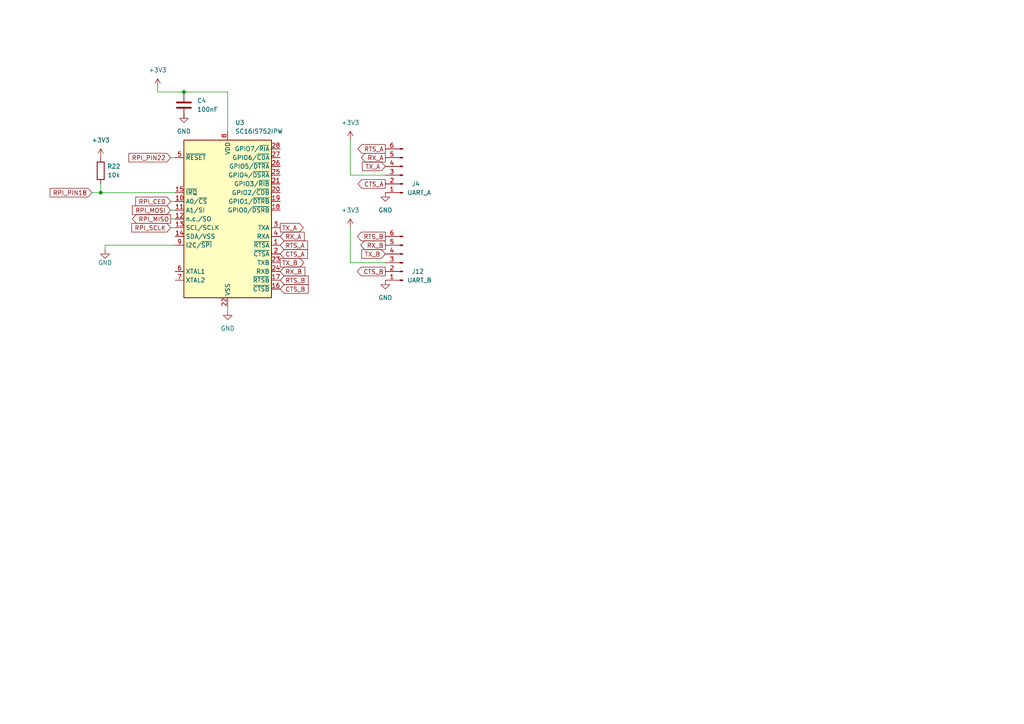
<source format=kicad_sch>
(kicad_sch (version 20250114) (generator "eeschema") (generator_version "9.0")
  (paper "A4")
  (lib_symbols
    (symbol "Connector:Conn_01x06_Pin" (pin_names (offset 1.016) (hide yes))
      (property "Reference" "J" (at 0 7.62 0))
      (property "Value" "Conn_01x06_Pin" (at 0 -10.16 0))
      (symbol "Conn_01x06_Pin_1_1"
        (rectangle (start 0.8636 5.207) (end 0 4.953) (stroke (width 0.1524)) (fill (type outline)))
        (rectangle (start 0.8636 2.667) (end 0 2.413) (stroke (width 0.1524)) (fill (type outline)))
        (rectangle (start 0.8636 0.127) (end 0 -0.127) (stroke (width 0.1524)) (fill (type outline)))
        (rectangle (start 0.8636 -2.413) (end 0 -2.667) (stroke (width 0.1524)) (fill (type outline)))
        (rectangle (start 0.8636 -4.953) (end 0 -5.207) (stroke (width 0.1524)) (fill (type outline)))
        (rectangle (start 0.8636 -7.493) (end 0 -7.747) (stroke (width 0.1524)) (fill (type outline)))
        (polyline (pts (xy 1.27 5.08) (xy 0.8636 5.08)) (stroke (width 0.1524)))
        (polyline (pts (xy 1.27 2.54) (xy 0.8636 2.54)) (stroke (width 0.1524)))
        (polyline (pts (xy 1.27 0) (xy 0.8636 0)) (stroke (width 0.1524)))
        (polyline (pts (xy 1.27 -2.54) (xy 0.8636 -2.54)) (stroke (width 0.1524)))
        (polyline (pts (xy 1.27 -5.08) (xy 0.8636 -5.08)) (stroke (width 0.1524)))
        (polyline (pts (xy 1.27 -7.62) (xy 0.8636 -7.62)) (stroke (width 0.1524)))
        (pin passive line (at 5.08 5.08 180) (length 3.81) (name "Pin_1") (number "1"))
        (pin passive line (at 5.08 2.54 180) (length 3.81) (name "Pin_2") (number "2"))
        (pin passive line (at 5.08 0 180) (length 3.81) (name "Pin_3") (number "3"))
        (pin passive line (at 5.08 -2.54 180) (length 3.81) (name "Pin_4") (number "4"))
        (pin passive line (at 5.08 -5.08 180) (length 3.81) (name "Pin_5") (number "5"))
        (pin passive line (at 5.08 -7.62 180) (length 3.81) (name "Pin_6") (number "6"))
      )
    )
    (symbol "Device:C" (pin_numbers (hide yes)) (pin_names (offset 0.254))
      (property "Reference" "C" (at 0.635 2.54 0))
      (property "Value" "C" (at 0.635 -2.54 0))
      (symbol "C_0_1"
        (polyline (pts (xy -2.032 0.762) (xy 2.032 0.762)) (stroke (width 0.508)))
        (polyline (pts (xy -2.032 -0.762) (xy 2.032 -0.762)) (stroke (width 0.508)))
      )
      (symbol "C_1_1"
        (pin passive line (at 0 3.81 270) (length 2.794) (name "~") (number "1"))
        (pin passive line (at 0 -3.81 90) (length 2.794) (name "~") (number "2"))
      )
    )
    (symbol "Device:R" (pin_numbers (hide yes)) (pin_names (offset 0))
      (property "Reference" "R" (at 2.032 0 90))
      (property "Value" "R" (at 0 0 90))
      (symbol "R_0_1"
        (rectangle (start -1.016 -2.54) (end 1.016 2.54) (stroke (width 0.254)))
      )
      (symbol "R_1_1"
        (pin passive line (at 0 3.81 270) (length 1.27) (name "~") (number "1"))
        (pin passive line (at 0 -3.81 90) (length 1.27) (name "~") (number "2"))
      )
    )
    (symbol "Interface_UART:SC16IS752IPW"
      (property "Reference" "U" (at -11.43 24.13 0))
      (property "Value" "SC16IS752IPW" (at 7.62 24.13 0))
      (symbol "SC16IS752IPW_0_1"
        (rectangle (start -12.7 22.86) (end 12.7 -22.86) (stroke (width 0.254)) (fill (type background)))
      )
      (symbol "SC16IS752IPW_1_1"
        (pin input line (at -15.24 17.78 0) (length 2.54) (name "~{RESET}") (number "5"))
        (pin open_collector line (at -15.24 7.62 0) (length 2.54) (name "~{IRQ}") (number "15"))
        (pin input line (at -15.24 5.08 0) (length 2.54) (name "A0/~{CS}") (number "10"))
        (pin input line (at -15.24 2.54 0) (length 2.54) (name "A1/SI") (number "11"))
        (pin output line (at -15.24 0 0) (length 2.54) (name "n.c./SO") (number "12"))
        (pin input line (at -15.24 -2.54 0) (length 2.54) (name "SCL/SCLK") (number "13"))
        (pin bidirectional line (at -15.24 -5.08 0) (length 2.54) (name "SDA/VSS") (number "14"))
        (pin input line (at -15.24 -7.62 0) (length 2.54) (name "I2C/~{SPI}") (number "9"))
        (pin input line (at -15.24 -15.24 0) (length 2.54) (name "XTAL1") (number "6"))
        (pin output line (at -15.24 -17.78 0) (length 2.54) (name "XTAL2") (number "7"))
        (pin power_in line (at 0 25.4 270) (length 2.54) (name "VDD") (number "8"))
        (pin power_in line (at 0 -25.4 90) (length 2.54) (name "VSS") (number "22"))
        (pin bidirectional line (at 15.24 20.32 180) (length 2.54) (name "GPIO7/~{RIA}") (number "28"))
        (pin bidirectional line (at 15.24 17.78 180) (length 2.54) (name "GPIO6/~{CDA}") (number "27"))
        (pin bidirectional line (at 15.24 15.24 180) (length 2.54) (name "GPIO5/~{DTRA}") (number "26"))
        (pin bidirectional line (at 15.24 12.7 180) (length 2.54) (name "GPIO4/~{DSRA}") (number "25"))
        (pin bidirectional line (at 15.24 10.16 180) (length 2.54) (name "GPIO3/~{RIB}") (number "21"))
        (pin bidirectional line (at 15.24 7.62 180) (length 2.54) (name "GPIO2/~{CDB}") (number "20"))
        (pin bidirectional line (at 15.24 5.08 180) (length 2.54) (name "GPIO1/~{DTRB}") (number "19"))
        (pin bidirectional line (at 15.24 2.54 180) (length 2.54) (name "GPIO0/~{DSRB}") (number "18"))
        (pin output line (at 15.24 -2.54 180) (length 2.54) (name "TXA") (number "3"))
        (pin input line (at 15.24 -5.08 180) (length 2.54) (name "RXA") (number "4"))
        (pin output line (at 15.24 -7.62 180) (length 2.54) (name "~{RTSA}") (number "1"))
        (pin input line (at 15.24 -10.16 180) (length 2.54) (name "~{CTSA}") (number "2"))
        (pin output line (at 15.24 -12.7 180) (length 2.54) (name "TXB") (number "23"))
        (pin input line (at 15.24 -15.24 180) (length 2.54) (name "RXB") (number "24"))
        (pin output line (at 15.24 -17.78 180) (length 2.54) (name "~{RTSB}") (number "17"))
        (pin input line (at 15.24 -20.32 180) (length 2.54) (name "~{CTSB}") (number "16"))
      )
    )
    (symbol "power:+3V3" (power) (pin_numbers (hide yes)) (pin_names (offset 0) (hide yes))
      (property "Value" "+3V3" (at 0 3.556 0))
      (symbol "+3V3_0_1"
        (polyline (pts (xy -0.762 1.27) (xy 0 2.54)))
        (polyline (pts (xy 0 2.54) (xy 0.762 1.27)))
        (polyline (pts (xy 0 0) (xy 0 2.54)))
      )
      (symbol "+3V3_1_1"
        (pin power_in line (at 0 0 90) (length 0) (name "~") (number "1"))
      )
    )
    (symbol "power:GND" (power) (pin_numbers (hide yes)) (pin_names (offset 0) (hide yes))
      (property "Value" "GND" (at 0 -3.81 0))
      (symbol "GND_0_1"
        (polyline (pts (xy 0 0) (xy 0 -1.27) (xy 1.27 -1.27) (xy 0 -2.54) (xy -1.27 -1.27) (xy 0 -1.27)))
      )
      (symbol "GND_1_1"
        (pin power_in line (at 0 0 270) (length 0) (name "~") (number "1"))
      )
    )
  )
  (junction (at 53.34 26.67))
  (junction (at 29.21 55.88))
  (wire (pts (xy 29.21 53.34) (xy 29.21 55.88)))
  (wire (pts (xy 26.67 55.88) (xy 29.21 55.88)))
  (wire (pts (xy 66.04 90.17) (xy 66.04 88.9)))
  (wire (pts (xy 101.6 50.8) (xy 111.76 50.8)))
  (wire (pts (xy 50.8 63.5) (xy 49.53 63.5)))
  (wire (pts (xy 101.6 76.2) (xy 101.6 66.04)))
  (wire (pts (xy 66.04 26.67) (xy 53.34 26.67)))
  (wire (pts (xy 50.8 58.42) (xy 49.53 58.42)))
  (wire (pts (xy 45.72 25.4) (xy 45.72 26.67)))
  (wire (pts (xy 66.04 38.1) (xy 66.04 26.67)))
  (wire (pts (xy 53.34 33.02) (xy 53.34 34.29)))
  (wire (pts (xy 45.72 26.67) (xy 53.34 26.67)))
  (wire (pts (xy 29.21 55.88) (xy 50.8 55.88)))
  (wire (pts (xy 30.48 71.12) (xy 30.48 72.39)))
  (wire (pts (xy 101.6 76.2) (xy 111.76 76.2)))
  (wire (pts (xy 50.8 45.72) (xy 49.53 45.72)))
  (wire (pts (xy 50.8 60.96) (xy 49.53 60.96)))
  (wire (pts (xy 50.8 71.12) (xy 30.48 71.12)))
  (wire (pts (xy 50.8 66.04) (xy 49.53 66.04)))
  (wire (pts (xy 101.6 50.8) (xy 101.6 40.64)))
  (global_label "RTS_A" (shape input) (at 81.28 71.12 0) (property "Intersheetrefs" "${INTERSHEET_REFS}" (effects (hide yes))))
  (global_label "CTS_A" (shape output) (at 111.76 53.34 180) (property "Intersheetrefs" "${INTERSHEET_REFS}" (effects (hide yes))))
  (global_label "RTS_B" (shape output) (at 111.76 68.58 180) (property "Intersheetrefs" "${INTERSHEET_REFS}" (effects (hide yes))))
  (global_label "RPI_MOSI" (shape input) (at 49.53 60.96 180) (property "Intersheetrefs" "${INTERSHEET_REFS}" (effects (hide yes))))
  (global_label "RTS_A" (shape output) (at 111.76 43.18 180) (property "Intersheetrefs" "${INTERSHEET_REFS}" (effects (hide yes))))
  (global_label "CTS_B" (shape output) (at 111.76 78.74 180) (property "Intersheetrefs" "${INTERSHEET_REFS}" (effects (hide yes))))
  (global_label "TX_A" (shape output) (at 81.28 66.04 0) (property "Intersheetrefs" "${INTERSHEET_REFS}" (effects (hide yes))))
  (global_label "CTS_A" (shape input) (at 81.28 73.66 0) (property "Intersheetrefs" "${INTERSHEET_REFS}" (effects (hide yes))))
  (global_label "RPI_PIN18" (shape input) (at 26.67 55.88 180) (property "Intersheetrefs" "${INTERSHEET_REFS}" (effects (hide yes))))
  (global_label "RPI_MISO" (shape output) (at 49.53 63.5 180) (property "Intersheetrefs" "${INTERSHEET_REFS}" (effects (hide yes))))
  (global_label "CTS_B" (shape input) (at 81.28 83.82 0) (property "Intersheetrefs" "${INTERSHEET_REFS}" (effects (hide yes))))
  (global_label "RPI_SCLK" (shape input) (at 49.53 66.04 180) (property "Intersheetrefs" "${INTERSHEET_REFS}" (effects (hide yes))))
  (global_label "RTS_B" (shape input) (at 81.28 81.28 0) (property "Intersheetrefs" "${INTERSHEET_REFS}" (effects (hide yes))))
  (global_label "RPI_CE0" (shape input) (at 49.53 58.42 180) (property "Intersheetrefs" "${INTERSHEET_REFS}" (effects (hide yes))))
  (global_label "RX_B" (shape input) (at 81.28 78.74 0) (property "Intersheetrefs" "${INTERSHEET_REFS}" (effects (hide yes))))
  (global_label "RX_A" (shape input) (at 81.28 68.58 0) (property "Intersheetrefs" "${INTERSHEET_REFS}" (effects (hide yes))))
  (global_label "TX_B" (shape input) (at 111.76 73.66 180) (property "Intersheetrefs" "${INTERSHEET_REFS}" (effects (hide yes))))
  (global_label "RX_A" (shape output) (at 111.76 45.72 180) (property "Intersheetrefs" "${INTERSHEET_REFS}" (effects (hide yes))))
  (global_label "RX_B" (shape output) (at 111.76 71.12 180) (property "Intersheetrefs" "${INTERSHEET_REFS}" (effects (hide yes))))
  (global_label "RPI_PIN22" (shape input) (at 49.53 45.72 180) (property "Intersheetrefs" "${INTERSHEET_REFS}" (effects (hide yes))))
  (global_label "TX_A" (shape input) (at 111.76 48.26 180) (property "Intersheetrefs" "${INTERSHEET_REFS}" (effects (hide yes))))
  (global_label "TX_B" (shape output) (at 81.28 76.2 0) (property "Intersheetrefs" "${INTERSHEET_REFS}" (effects (hide yes))))
  (symbol (lib_id "power:+3V3") (at 45.72 25.4 0) (unit 1)
    (property "Reference" "#PWR040" (effects (hide yes)))
    (property "Value" "+3V3" (at 45.72 20.32 0))
    (property "Description" "Power symbol creates a global label with name \"+3V3\"" (effects (hide yes)))
  )
  (symbol (lib_id "power:GND") (at 66.04 90.17 0) (unit 1)
    (property "Reference" "#PWR032" (effects (hide yes)))
    (property "Value" "GND" (at 66.04 95.25 0))
    (property "Description" "Power symbol creates a global label with name \"GND\" , ground" (effects (hide yes)))
  )
  (symbol (lib_id "power:+3V3") (at 101.6 40.64 0) (unit 1)
    (property "Reference" "#PWR038" (effects (hide yes)))
    (property "Value" "+3V3" (at 101.6 35.56 0))
    (property "Description" "Power symbol creates a global label with name \"+3V3\"" (effects (hide yes)))
  )
  (symbol (lib_id "power:GND") (at 111.76 55.88 0) (unit 1)
    (property "Reference" "#PWR037" (effects (hide yes)))
    (property "Value" "GND" (at 111.76 60.96 0))
    (property "Description" "Power symbol creates a global label with name \"GND\" , ground" (effects (hide yes)))
  )
  (symbol (lib_id "Connector:Conn_01x06_Pin") (at 116.84 50.8 180) (unit 1)
    (property "Reference" "J4" (at 119.38 53.34 0) (effects (justify right)))
    (property "Value" "UART_A" (at 118.11 55.88 0) (effects (justify right)))
    (property "Description" "Generic connector, single row, 01x06, script generated" (effects (hide yes)))
  )
  (symbol (lib_id "power:GND") (at 111.76 81.28 0) (unit 1)
    (property "Reference" "#PWR039" (effects (hide yes)))
    (property "Value" "GND" (at 111.76 86.36 0))
    (property "Description" "Power symbol creates a global label with name \"GND\" , ground" (effects (hide yes)))
  )
  (symbol (lib_id "Device:C") (at 53.34 30.48 0) (unit 1)
    (property "Reference" "C4" (at 57.15 29.2099 0) (effects (justify left)))
    (property "Value" "100nF" (at 57.15 31.7499 0) (effects (justify left)))
    (property "Description" "Unpolarized capacitor" (effects (hide yes)))
  )
  (symbol (lib_id "Device:R") (at 29.21 49.53 180) (unit 1)
    (property "Reference" "R22" (at 33.02 48.26 0))
    (property "Value" "10k" (at 33.02 50.8 0))
    (property "Description" "Resistor" (effects (hide yes)))
  )
  (symbol (lib_id "power:GND") (at 53.34 33.02 0) (unit 1)
    (property "Reference" "#PWR041" (effects (hide yes)))
    (property "Value" "GND" (at 53.34 38.1 0))
    (property "Description" "Power symbol creates a global label with name \"GND\" , ground" (effects (hide yes)))
  )
  (symbol (lib_id "Connector:Conn_01x06_Pin") (at 116.84 76.2 180) (unit 1)
    (property "Reference" "J12" (at 119.38 78.74 0) (effects (justify right)))
    (property "Value" "UART_B" (at 118.11 81.28 0) (effects (justify right)))
    (property "Description" "Generic connector, single row, 01x06, script generated" (effects (hide yes)))
  )
  (symbol (lib_id "power:GND") (at 30.48 72.39 0) (unit 1)
    (property "Reference" "#PWR034" (effects (hide yes)))
    (property "Value" "GND" (at 30.48 76.2 0))
    (property "Description" "Power symbol creates a global label with name \"GND\" , ground" (effects (hide yes)))
  )
  (symbol (lib_id "power:+3V3") (at 29.21 45.72 0) (unit 1)
    (property "Reference" "#PWR035" (effects (hide yes)))
    (property "Value" "+3V3" (at 29.21 40.64 0))
    (property "Description" "Power symbol creates a global label with name \"+3V3\"" (effects (hide yes)))
  )
  (symbol (lib_id "power:+3V3") (at 101.6 66.04 0) (unit 1)
    (property "Reference" "#PWR033" (effects (hide yes)))
    (property "Value" "+3V3" (at 101.6 60.96 0))
    (property "Description" "Power symbol creates a global label with name \"+3V3\"" (effects (hide yes)))
  )
  (symbol (lib_id "Interface_UART:SC16IS752IPW") (at 66.04 63.5 0) (unit 1)
    (property "Reference" "U3" (at 68.1833 35.56 0) (effects (justify left)))
    (property "Value" "SC16IS752IPW" (at 68.1833 38.1 0) (effects (justify left)))
    (property "Footprint" "Package_SO:TSSOP-28_4.4x9.7mm_P0.65mm" (effects (hide yes)))
    (property "Datasheet" "https://www.nxp.com/docs/en/data-sheet/SC16IS752_SC16IS762.pdf" (effects (hide yes)))
    (property "Description" "Dual UART with I2C/SPI interface, 64 bytes of transmit and receive FIFOs, IrDA SIR built-in support, TSSOP-28" (effects (hide yes)))
  )
)
</source>
